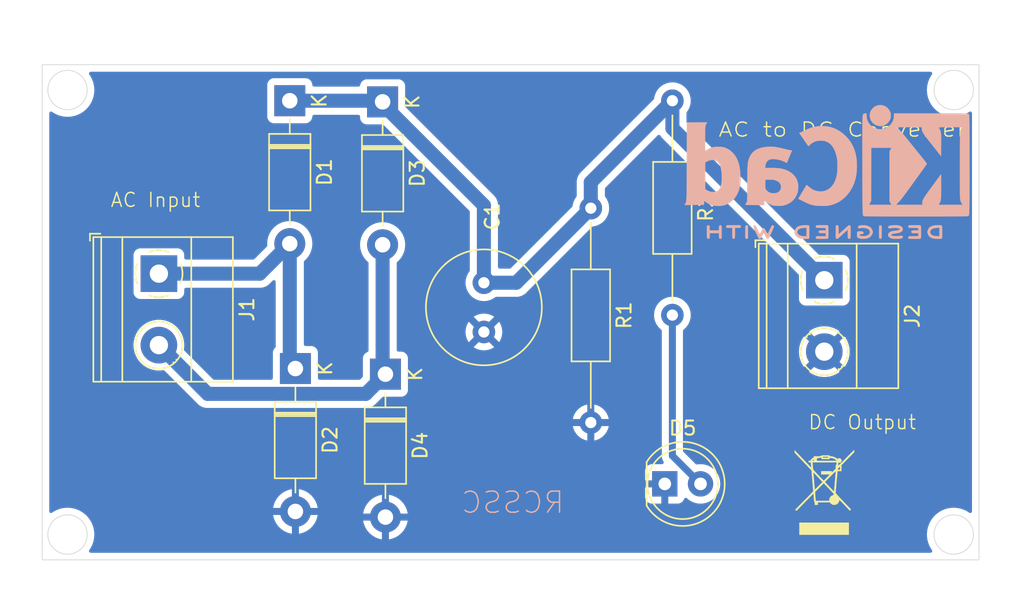
<source format=kicad_pcb>
(kicad_pcb (version 20240108) (generator "pcbnew") (generator_version "8.0")
  (layers (0 "F.Cu" signal) (31 "B.Cu" signal) (34 "B.Paste" user) (35 "F.Paste" user) (36 "B.SilkS" user "B.Silkscreen") (37 "F.SilkS" user "F.Silkscreen") (38 "B.Mask" user) (39 "F.Mask" user) (44 "Edge.Cuts" user))
  (net 0 "")
  (net 1 "GND")
  (net 2 "/+ve")
  (net 3 "Net-(D1-A)")
  (net 4 "Net-(D3-A)")
  (net 5 "Net-(D5-A)")
  (footprint "Diode_THT:D_DO-41_SOD81_P10.16mm_Horizontal" (layer "F.Cu") (at 136.8 94.8 -90)
    (property "Reference" "D4" (at 5.08 -2.47 90) (layer "F.SilkS"))
    (property "Value" "1N4007")
    (fp_text user "K" (at 0 -2.1 90) (layer "F.SilkS"))
    (pad "1" thru_hole rect (at 0 0 270) (size 2.2 2.2) (drill 1.1) (layers "*.Cu" "*.Mask") (net 4 "Net-(D3-A)"))
    (pad "2" thru_hole oval (at 10.16 0 270) (size 2.2 2.2) (drill 1.1) (layers "*.Cu" "*.Mask") (net 1 "GND"))
  )
  (footprint "TerminalBlock_Phoenix:TerminalBlock_Phoenix_MKDS-1,5-2-5.08_1x02_P5.08mm_Horizontal" (layer "F.Cu") (at 120.695 87.655 -90)
    (property "Reference" "J1" (at 2.54 -6.26 90) (layer "F.SilkS"))
    (property "Value" "Screw_Terminal_01x02")
    (pad "1" thru_hole rect (at 0 0 270) (size 2.6 2.6) (drill 1.3) (layers "*.Cu" "*.Mask") (net 3 "Net-(D1-A)"))
    (pad "2" thru_hole circle (at 5.08 0 270) (size 2.6 2.6) (drill 1.3) (layers "*.Cu" "*.Mask") (net 4 "Net-(D3-A)"))
  )
  (footprint "Symbol:WEEE-Logo_4.2x6mm_SilkScreen" (layer "F.Cu") (at 168 103.2)
    (property "Reference" "REF**" (hide yes))
    (property "Value" "WEEE-Logo_4.2x6mm_SilkScreen" (hide yes))
  )
  (footprint "TerminalBlock_Phoenix:TerminalBlock_Phoenix_MKDS-1,5-2-5.08_1x02_P5.08mm_Horizontal" (layer "F.Cu") (at 168 88.12 -90)
    (property "Reference" "J2" (at 2.54 -6.26 90) (layer "F.SilkS"))
    (property "Value" "Screw_Terminal_01x02")
    (pad "1" thru_hole rect (at 0 0 270) (size 2.6 2.6) (drill 1.3) (layers "*.Cu" "*.Mask") (net 2 "/+ve"))
    (pad "2" thru_hole circle (at 5.08 0 270) (size 2.6 2.6) (drill 1.3) (layers "*.Cu" "*.Mask") (net 1 "GND"))
  )
  (footprint "Capacitor_THT:C_Radial_D8.0mm_H11.5mm_P3.50mm" (layer "F.Cu") (at 143.8 88.3 -90)
    (property "Reference" "C1" (at -4.7 -0.6 90) (layer "F.SilkS"))
    (property "Value" "1000uf")
    (pad "1" thru_hole circle (at 0 0 270) (size 1.6 1.6) (drill 0.8) (layers "*.Cu" "*.Mask") (net 2 "/+ve"))
    (pad "2" thru_hole circle (at 3.5 0 270) (size 1.6 1.6) (drill 0.8) (layers "*.Cu" "*.Mask") (net 1 "GND"))
  )
  (footprint "Resistor_THT:R_Axial_DIN0207_L6.3mm_D2.5mm_P15.24mm_Horizontal" (layer "F.Cu") (at 157.2 75.36 -90)
    (property "Reference" "R2" (at 7.62 -2.37 90) (layer "F.SilkS"))
    (property "Value" "2.2k")
    (pad "1" thru_hole circle (at 0 0 270) (size 1.6 1.6) (drill 0.8) (layers "*.Cu" "*.Mask") (net 2 "/+ve"))
    (pad "2" thru_hole oval (at 15.24 0 270) (size 1.6 1.6) (drill 0.8) (layers "*.Cu" "*.Mask") (net 5 "Net-(D5-A)"))
  )
  (footprint "Diode_THT:D_DO-41_SOD81_P10.16mm_Horizontal" (layer "F.Cu") (at 130 75.36 -90)
    (property "Reference" "D1" (at 5.08 -2.47 90) (layer "F.SilkS"))
    (property "Value" "1N4007")
    (fp_text user "K" (at 0 -2.1 90) (layer "F.SilkS"))
    (pad "1" thru_hole rect (at 0 0 270) (size 2.2 2.2) (drill 1.1) (layers "*.Cu" "*.Mask") (net 2 "/+ve"))
    (pad "2" thru_hole oval (at 10.16 0 270) (size 2.2 2.2) (drill 1.1) (layers "*.Cu" "*.Mask") (net 3 "Net-(D1-A)"))
  )
  (footprint "Resistor_THT:R_Axial_DIN0207_L6.3mm_D2.5mm_P15.24mm_Horizontal" (layer "F.Cu") (at 151.4 83 -90)
    (property "Reference" "R1" (at 7.62 -2.37 90) (layer "F.SilkS"))
    (property "Value" "10k")
    (pad "1" thru_hole circle (at 0 0 270) (size 1.6 1.6) (drill 0.8) (layers "*.Cu" "*.Mask") (net 2 "/+ve"))
    (pad "2" thru_hole oval (at 15.24 0 270) (size 1.6 1.6) (drill 0.8) (layers "*.Cu" "*.Mask") (net 1 "GND"))
  )
  (footprint "LED_THT:LED_D5.0mm" (layer "F.Cu") (at 156.66 102.6)
    (property "Reference" "D5" (at 1.27 -3.96 0) (layer "F.SilkS"))
    (property "Value" "LED")
    (pad "1" thru_hole rect (at 0 0) (size 1.8 1.8) (drill 0.9) (layers "*.Cu" "*.Mask") (net 1 "GND"))
    (pad "2" thru_hole circle (at 2.54 0) (size 1.8 1.8) (drill 0.9) (layers "*.Cu" "*.Mask") (net 5 "Net-(D5-A)"))
  )
  (footprint "Diode_THT:D_DO-41_SOD81_P10.16mm_Horizontal" (layer "F.Cu") (at 136.6 75.44 -90)
    (property "Reference" "D3" (at 5.08 -2.47 90) (layer "F.SilkS"))
    (property "Value" "1N4007")
    (fp_text user "K" (at 0 -2.1 90) (layer "F.SilkS"))
    (pad "1" thru_hole rect (at 0 0 270) (size 2.2 2.2) (drill 1.1) (layers "*.Cu" "*.Mask") (net 2 "/+ve"))
    (pad "2" thru_hole oval (at 10.16 0 270) (size 2.2 2.2) (drill 1.1) (layers "*.Cu" "*.Mask") (net 4 "Net-(D3-A)"))
  )
  (footprint "Diode_THT:D_DO-41_SOD81_P10.16mm_Horizontal" (layer "F.Cu") (at 130.4 94.4 -90)
    (property "Reference" "D2" (at 5.08 -2.47 90) (layer "F.SilkS"))
    (property "Value" "1N4007")
    (fp_text user "K" (at 0 -2.1 90) (layer "F.SilkS"))
    (pad "1" thru_hole rect (at 0 0 270) (size 2.2 2.2) (drill 1.1) (layers "*.Cu" "*.Mask") (net 3 "Net-(D1-A)"))
    (pad "2" thru_hole oval (at 10.16 0 270) (size 2.2 2.2) (drill 1.1) (layers "*.Cu" "*.Mask") (net 1 "GND"))
  )
  (footprint "Symbol:KiCad-Logo2_8mm_SilkScreen" (layer "B.Cu") (at 168.2 79.6 180)
    (property "Reference" "REF**" (hide yes))
    (property "Value" "KiCad-Logo2_8mm_SilkScreen" (hide yes))
  )
  (gr_rect (start 112.4 72.8) (end 179 108) (stroke (width 0.05)) (fill none) (layer "Edge.Cuts"))
  (gr_circle (center 114.2 106.2) (end 114.2 104.8) (stroke (width 0.05)) (fill none) (layer "Edge.Cuts"))
  (gr_circle (center 114.2 74.6) (end 114.2 73.2) (stroke (width 0.05)) (fill none) (layer "Edge.Cuts"))
  (gr_circle (center 177.2 106.2) (end 177.2 104.8) (stroke (width 0.05)) (fill none) (layer "Edge.Cuts"))
  (gr_circle (center 177.2 74.6) (end 177.2 73.2) (stroke (width 0.05)) (fill none) (layer "Edge.Cuts"))
  (gr_text "RCSSC" (at 149.6 104.8 0) (layer "B.SilkS") (effects (font (size 1.5 1.5) (thickness 0.1)) (justify left bottom mirror)))
  (gr_text "DC Output" (at 166.8 98.8 0) (layer "F.SilkS") (effects (font (size 1 1) (thickness 0.1)) (justify left bottom)))
  (gr_text "AC Input" (at 117.2 83 0) (layer "F.SilkS") (effects (font (size 1 1) (thickness 0.1)) (justify left bottom)))
  (gr_text "AC to DC Converter" (at 160.4 78 0) (layer "F.SilkS") (effects (font (size 1 1.2) (thickness 0.1)) (justify left bottom)))
  (segment (start 136.6 75.44) (end 136.6 75.6) (width 1) (layer "B.Cu") (net 2))
  (segment (start 136.6 75.6) (end 143.8 82.8) (width 1) (layer "B.Cu") (net 2))
  (segment (start 151.4 83) (end 151.4 81.16) (width 1) (layer "B.Cu") (net 2))
  (segment (start 151.4 81.16) (end 157.2 75.36) (width 1) (layer "B.Cu") (net 2))
  (segment (start 136.52 75.36) (end 136.6 75.44) (width 1) (layer "B.Cu") (net 2))
  (segment (start 146.1 88.3) (end 151.4 83) (width 1) (layer "B.Cu") (net 2))
  (segment (start 143.8 88.3) (end 146.1 88.3) (width 1) (layer "B.Cu") (net 2))
  (segment (start 157.2 75.36) (end 157.2 77.32) (width 1) (layer "B.Cu") (net 2))
  (segment (start 143.8 82.8) (end 143.8 88.3) (width 1) (layer "B.Cu") (net 2))
  (segment (start 130 75.36) (end 136.52 75.36) (width 1) (layer "B.Cu") (net 2))
  (segment (start 157.2 77.32) (end 168 88.12) (width 1) (layer "B.Cu") (net 2))
  (segment (start 130 85.52) (end 130 94) (width 1) (layer "B.Cu") (net 3))
  (segment (start 120.695 87.655) (end 127.865 87.655) (width 1) (layer "B.Cu") (net 3))
  (segment (start 130 94) (end 130.4 94.4) (width 1) (layer "B.Cu") (net 3))
  (segment (start 127.865 87.655) (end 130 85.52) (width 1) (layer "B.Cu") (net 3))
  (segment (start 136.6 85.6) (end 136.6 94.6) (width 1) (layer "B.Cu") (net 4))
  (segment (start 135.4 96.2) (end 136.8 94.8) (width 1) (layer "B.Cu") (net 4))
  (segment (start 136.6 94.6) (end 136.8 94.8) (width 1) (layer "B.Cu") (net 4))
  (segment (start 124.16 96.2) (end 135.4 96.2) (width 1) (layer "B.Cu") (net 4))
  (segment (start 120.695 92.735) (end 124.16 96.2) (width 1) (layer "B.Cu") (net 4))
  (segment (start 157.2 90.6) (end 157.2 100.6) (width 0.5) (layer "B.Cu") (net 5))
  (segment (start 157.2 100.6) (end 159.2 102.6) (width 0.5) (layer "B.Cu") (net 5))
  (zone (net 1) (net_name "GND") (layer "B.Cu") (connect_pads (clearance 0.5)) (min_thickness 0.25) (fill yes (thermal_gap 0.5) (thermal_bridge_width 0.5))
    (polygon (pts (xy 109.4 68.2) (xy 109.4 110.8) (xy 181.4 110.8) (xy 182.2 110) (xy 182.2 69.4) (xy 181 68.2)))
  )
)
</source>
